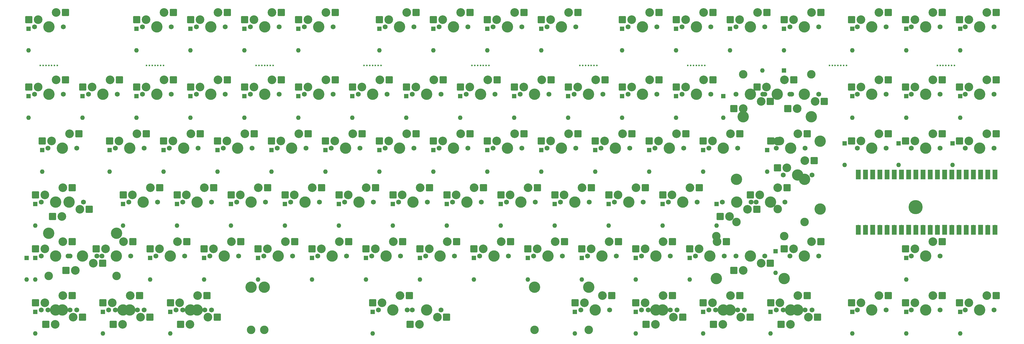
<source format=gbs>
G04 #@! TF.GenerationSoftware,KiCad,Pcbnew,7.0.10*
G04 #@! TF.CreationDate,2024-03-13T13:30:19+01:00*
G04 #@! TF.ProjectId,bb-pcb-v1,62622d70-6362-42d7-9631-2e6b69636164,rev?*
G04 #@! TF.SameCoordinates,Original*
G04 #@! TF.FileFunction,Soldermask,Bot*
G04 #@! TF.FilePolarity,Negative*
%FSLAX46Y46*%
G04 Gerber Fmt 4.6, Leading zero omitted, Abs format (unit mm)*
G04 Created by KiCad (PCBNEW 7.0.10) date 2024-03-13 13:30:19*
%MOMM*%
%LPD*%
G01*
G04 APERTURE LIST*
G04 Aperture macros list*
%AMRoundRect*
0 Rectangle with rounded corners*
0 $1 Rounding radius*
0 $2 $3 $4 $5 $6 $7 $8 $9 X,Y pos of 4 corners*
0 Add a 4 corners polygon primitive as box body*
4,1,4,$2,$3,$4,$5,$6,$7,$8,$9,$2,$3,0*
0 Add four circle primitives for the rounded corners*
1,1,$1+$1,$2,$3*
1,1,$1+$1,$4,$5*
1,1,$1+$1,$6,$7*
1,1,$1+$1,$8,$9*
0 Add four rect primitives between the rounded corners*
20,1,$1+$1,$2,$3,$4,$5,0*
20,1,$1+$1,$4,$5,$6,$7,0*
20,1,$1+$1,$6,$7,$8,$9,0*
20,1,$1+$1,$8,$9,$2,$3,0*%
G04 Aperture macros list end*
%ADD10C,5.000000*%
%ADD11C,1.750000*%
%ADD12C,3.050000*%
%ADD13C,4.000000*%
%ADD14RoundRect,0.250000X-1.025000X-1.000000X1.025000X-1.000000X1.025000X1.000000X-1.025000X1.000000X0*%
%ADD15C,3.000000*%
%ADD16RoundRect,0.250000X1.025000X1.000000X-1.025000X1.000000X-1.025000X-1.000000X1.025000X-1.000000X0*%
%ADD17C,0.600000*%
%ADD18O,1.700000X1.700000*%
%ADD19R,1.700000X3.500000*%
%ADD20R,1.700000X1.700000*%
%ADD21R,1.600000X1.600000*%
%ADD22O,1.600000X1.600000*%
G04 APERTURE END LIST*
D10*
X334565558Y-92273459D03*
D11*
X333057500Y-28575000D03*
D12*
X334327500Y-26035000D03*
D13*
X338137500Y-28575000D03*
D12*
X340677500Y-23495000D03*
D11*
X343217500Y-28575000D03*
D14*
X331052500Y-26035000D03*
X343979500Y-23495000D03*
D11*
X209232500Y-90487500D03*
D12*
X210502500Y-87947500D03*
D13*
X214312500Y-90487500D03*
D12*
X216852500Y-85407500D03*
D11*
X219392500Y-90487500D03*
D14*
X207227500Y-87947500D03*
X220154500Y-85407500D03*
D11*
X23495000Y-28575000D03*
D12*
X24765000Y-26035000D03*
D13*
X28575000Y-28575000D03*
D12*
X31115000Y-23495000D03*
D11*
X33655000Y-28575000D03*
D14*
X21490000Y-26035000D03*
X34417000Y-23495000D03*
D11*
X137795000Y-52387500D03*
D12*
X139065000Y-49847500D03*
D13*
X142875000Y-52387500D03*
D12*
X145415000Y-47307500D03*
D11*
X147955000Y-52387500D03*
D14*
X135790000Y-49847500D03*
X148717000Y-47307500D03*
D11*
X352107500Y-52387500D03*
D12*
X353377500Y-49847500D03*
D13*
X357187500Y-52387500D03*
D12*
X359727500Y-47307500D03*
D11*
X362267500Y-52387500D03*
D14*
X350102500Y-49847500D03*
X363029500Y-47307500D03*
D11*
X109220000Y-71437500D03*
D12*
X110490000Y-68897500D03*
D13*
X114300000Y-71437500D03*
D12*
X116840000Y-66357500D03*
D11*
X119380000Y-71437500D03*
D14*
X107215000Y-68897500D03*
X120142000Y-66357500D03*
D11*
X61595000Y-52387500D03*
D12*
X62865000Y-49847500D03*
D13*
X66675000Y-52387500D03*
D12*
X69215000Y-47307500D03*
D11*
X71755000Y-52387500D03*
D14*
X59590000Y-49847500D03*
X72517000Y-47307500D03*
D11*
X66357500Y-109537500D03*
D12*
X67627500Y-106997500D03*
D13*
X71437500Y-109537500D03*
D12*
X73977500Y-104457500D03*
D11*
X76517500Y-109537500D03*
D14*
X64352500Y-106997500D03*
X77279500Y-104457500D03*
D13*
X100018750Y-120587500D03*
D15*
X100018750Y-135587500D03*
D11*
X144938750Y-128587500D03*
D12*
X146208750Y-126047500D03*
D13*
X150018750Y-128587500D03*
D12*
X152558750Y-123507500D03*
D11*
X155098750Y-128587500D03*
D13*
X200018750Y-120587500D03*
D15*
X200018750Y-135587500D03*
D14*
X142933750Y-126047500D03*
X155860750Y-123507500D03*
D11*
X261620000Y-128587500D03*
D12*
X262890000Y-126047500D03*
D13*
X266700000Y-128587500D03*
D12*
X269240000Y-123507500D03*
D11*
X271780000Y-128587500D03*
D14*
X259615000Y-126047500D03*
X272542000Y-123507500D03*
D11*
X242570000Y-71437500D03*
D12*
X243840000Y-68897500D03*
D13*
X247650000Y-71437500D03*
D12*
X250190000Y-66357500D03*
D11*
X252730000Y-71437500D03*
D14*
X240565000Y-68897500D03*
X253492000Y-66357500D03*
D15*
X219175000Y-135587500D03*
D13*
X219175000Y-120587500D03*
D11*
X167005000Y-128587500D03*
D12*
X165735000Y-131127500D03*
D13*
X161925000Y-128587500D03*
D12*
X159385000Y-133667500D03*
D11*
X156845000Y-128587500D03*
D15*
X104675000Y-135587500D03*
D13*
X104675000Y-120587500D03*
D16*
X169010000Y-131127500D03*
X156083000Y-133667500D03*
D11*
X285432500Y-71437500D03*
D12*
X286702500Y-68897500D03*
D13*
X290512500Y-71437500D03*
D12*
X293052500Y-66357500D03*
D11*
X295592500Y-71437500D03*
D14*
X283427500Y-68897500D03*
X296354500Y-66357500D03*
D11*
X118745000Y-52387500D03*
D12*
X120015000Y-49847500D03*
D13*
X123825000Y-52387500D03*
D12*
X126365000Y-47307500D03*
D11*
X128905000Y-52387500D03*
D14*
X116740000Y-49847500D03*
X129667000Y-47307500D03*
D17*
X25574676Y-42267167D03*
X26574676Y-42267167D03*
X27574676Y-42267167D03*
X28574676Y-42267167D03*
X29574676Y-42267167D03*
X30574676Y-42267167D03*
X31574676Y-42267167D03*
D15*
X52481250Y-116537500D03*
D13*
X52481250Y-101537500D03*
D11*
X45561250Y-109537500D03*
D12*
X44291250Y-112077500D03*
D13*
X40481250Y-109537500D03*
D12*
X37941250Y-114617500D03*
D11*
X35401250Y-109537500D03*
D15*
X28481250Y-116537500D03*
D13*
X28481250Y-101537500D03*
D16*
X47566250Y-112077500D03*
X34639250Y-114617500D03*
D11*
X314007500Y-52387500D03*
D12*
X315277500Y-49847500D03*
D13*
X319087500Y-52387500D03*
D12*
X321627500Y-47307500D03*
D11*
X324167500Y-52387500D03*
D14*
X312002500Y-49847500D03*
X324929500Y-47307500D03*
D11*
X128270000Y-71437500D03*
D12*
X129540000Y-68897500D03*
D13*
X133350000Y-71437500D03*
D12*
X135890000Y-66357500D03*
D11*
X138430000Y-71437500D03*
D14*
X126265000Y-68897500D03*
X139192000Y-66357500D03*
D11*
X261620000Y-71437500D03*
D12*
X262890000Y-68897500D03*
D13*
X266700000Y-71437500D03*
D12*
X269240000Y-66357500D03*
D11*
X271780000Y-71437500D03*
D14*
X259615000Y-68897500D03*
X272542000Y-66357500D03*
D11*
X25876250Y-128587500D03*
D12*
X27146250Y-126047500D03*
D13*
X30956250Y-128587500D03*
D12*
X33496250Y-123507500D03*
D11*
X36036250Y-128587500D03*
D14*
X23871250Y-126047500D03*
X36798250Y-123507500D03*
D18*
X362584916Y-81637215D03*
D19*
X362584916Y-80737215D03*
D18*
X360044916Y-81637215D03*
D19*
X360044916Y-80737215D03*
D20*
X357504916Y-81637215D03*
D19*
X357504916Y-80737215D03*
D18*
X354964916Y-81637215D03*
D19*
X354964916Y-80737215D03*
D18*
X352424916Y-81637215D03*
D19*
X352424916Y-80737215D03*
D18*
X349884916Y-81637215D03*
D19*
X349884916Y-80737215D03*
D18*
X347344916Y-81637215D03*
D19*
X347344916Y-80737215D03*
D20*
X344804916Y-81637215D03*
D19*
X344804916Y-80737215D03*
D18*
X342264916Y-81637215D03*
D19*
X342264916Y-80737215D03*
D18*
X339724916Y-81637215D03*
D19*
X339724916Y-80737215D03*
D18*
X337184916Y-81637215D03*
D19*
X337184916Y-80737215D03*
D18*
X334644916Y-81637215D03*
D19*
X334644916Y-80737215D03*
D20*
X332104916Y-81637215D03*
D19*
X332104916Y-80737215D03*
D18*
X329564916Y-81637215D03*
D19*
X329564916Y-80737215D03*
D18*
X327024916Y-81637215D03*
D19*
X327024916Y-80737215D03*
D18*
X324484916Y-81637215D03*
D19*
X324484916Y-80737215D03*
D18*
X321944916Y-81637215D03*
D19*
X321944916Y-80737215D03*
D20*
X319404916Y-81637215D03*
D19*
X319404916Y-80737215D03*
D18*
X316864916Y-81637215D03*
D19*
X316864916Y-80737215D03*
D18*
X314324916Y-81637215D03*
D19*
X314324916Y-80737215D03*
D18*
X314324916Y-99417215D03*
D19*
X314324916Y-100317215D03*
D18*
X316864916Y-99417215D03*
D19*
X316864916Y-100317215D03*
D20*
X319404916Y-99417215D03*
D19*
X319404916Y-100317215D03*
D18*
X321944916Y-99417215D03*
D19*
X321944916Y-100317215D03*
D18*
X324484916Y-99417215D03*
D19*
X324484916Y-100317215D03*
D18*
X327024916Y-99417215D03*
D19*
X327024916Y-100317215D03*
D18*
X329564916Y-99417215D03*
D19*
X329564916Y-100317215D03*
D20*
X332104916Y-99417215D03*
D19*
X332104916Y-100317215D03*
D18*
X334644916Y-99417215D03*
D19*
X334644916Y-100317215D03*
D18*
X337184916Y-99417215D03*
D19*
X337184916Y-100317215D03*
D18*
X339724916Y-99417215D03*
D19*
X339724916Y-100317215D03*
D18*
X342264916Y-99417215D03*
D19*
X342264916Y-100317215D03*
D20*
X344804916Y-99417215D03*
D19*
X344804916Y-100317215D03*
D18*
X347344916Y-99417215D03*
D19*
X347344916Y-100317215D03*
D18*
X349884916Y-99417215D03*
D19*
X349884916Y-100317215D03*
D18*
X352424916Y-99417215D03*
D19*
X352424916Y-100317215D03*
D18*
X354964916Y-99417215D03*
D19*
X354964916Y-100317215D03*
D20*
X357504916Y-99417215D03*
D19*
X357504916Y-100317215D03*
D18*
X360044916Y-99417215D03*
D19*
X360044916Y-100317215D03*
D18*
X362584916Y-99417215D03*
D19*
X362584916Y-100317215D03*
D11*
X25876250Y-90487500D03*
D12*
X27146250Y-87947500D03*
D13*
X30956250Y-90487500D03*
D12*
X33496250Y-85407500D03*
D11*
X36036250Y-90487500D03*
D14*
X23871250Y-87947500D03*
X36798250Y-85407500D03*
D11*
X80645000Y-52387500D03*
D12*
X81915000Y-49847500D03*
D13*
X85725000Y-52387500D03*
D12*
X88265000Y-47307500D03*
D11*
X90805000Y-52387500D03*
D14*
X78640000Y-49847500D03*
X91567000Y-47307500D03*
D11*
X271145000Y-28575000D03*
D12*
X272415000Y-26035000D03*
D13*
X276225000Y-28575000D03*
D12*
X278765000Y-23495000D03*
D11*
X281305000Y-28575000D03*
D14*
X269140000Y-26035000D03*
X282067000Y-23495000D03*
D11*
X290195000Y-28575000D03*
D12*
X291465000Y-26035000D03*
D13*
X295275000Y-28575000D03*
D12*
X297815000Y-23495000D03*
D11*
X300355000Y-28575000D03*
D14*
X288190000Y-26035000D03*
X301117000Y-23495000D03*
D11*
X252095000Y-28575000D03*
D12*
X253365000Y-26035000D03*
D13*
X257175000Y-28575000D03*
D12*
X259715000Y-23495000D03*
D11*
X262255000Y-28575000D03*
D14*
X250090000Y-26035000D03*
X263017000Y-23495000D03*
D11*
X38417500Y-128587500D03*
D12*
X37147500Y-131127500D03*
D13*
X33337500Y-128587500D03*
D12*
X30797500Y-133667500D03*
D11*
X28257500Y-128587500D03*
D16*
X40422500Y-131127500D03*
X27495500Y-133667500D03*
D11*
X23495000Y-52387500D03*
D12*
X24765000Y-49847500D03*
D13*
X28575000Y-52387500D03*
D12*
X31115000Y-47307500D03*
D11*
X33655000Y-52387500D03*
D14*
X21490000Y-49847500D03*
X34417000Y-47307500D03*
D11*
X352107500Y-128587500D03*
D12*
X353377500Y-126047500D03*
D13*
X357187500Y-128587500D03*
D12*
X359727500Y-123507500D03*
D11*
X362267500Y-128587500D03*
D14*
X350102500Y-126047500D03*
X363029500Y-123507500D03*
D17*
X254174868Y-42267167D03*
X255174868Y-42267167D03*
X256174868Y-42267167D03*
X257174868Y-42267167D03*
X258174868Y-42267167D03*
X259174868Y-42267167D03*
X260174868Y-42267167D03*
D11*
X228282500Y-90487500D03*
D12*
X229552500Y-87947500D03*
D13*
X233362500Y-90487500D03*
D12*
X235902500Y-85407500D03*
D11*
X238442500Y-90487500D03*
D14*
X226277500Y-87947500D03*
X239204500Y-85407500D03*
D17*
X139874772Y-42267167D03*
X140874772Y-42267167D03*
X141874772Y-42267167D03*
X142874772Y-42267167D03*
X143874772Y-42267167D03*
X144874772Y-42267167D03*
X145874772Y-42267167D03*
D11*
X252095000Y-52387500D03*
D12*
X253365000Y-49847500D03*
D13*
X257175000Y-52387500D03*
D12*
X259715000Y-47307500D03*
D11*
X262255000Y-52387500D03*
D14*
X250090000Y-49847500D03*
X263017000Y-47307500D03*
D11*
X166370000Y-28575000D03*
D12*
X167640000Y-26035000D03*
D13*
X171450000Y-28575000D03*
D12*
X173990000Y-23495000D03*
D11*
X176530000Y-28575000D03*
D14*
X164365000Y-26035000D03*
X177292000Y-23495000D03*
D11*
X352107500Y-71437500D03*
D12*
X353377500Y-68897500D03*
D13*
X357187500Y-71437500D03*
D12*
X359727500Y-66357500D03*
D11*
X362267500Y-71437500D03*
D14*
X350102500Y-68897500D03*
X363029500Y-66357500D03*
D11*
X99695000Y-28575000D03*
D12*
X100965000Y-26035000D03*
D13*
X104775000Y-28575000D03*
D12*
X107315000Y-23495000D03*
D11*
X109855000Y-28575000D03*
D14*
X97690000Y-26035000D03*
X110617000Y-23495000D03*
D11*
X142557500Y-109537500D03*
D12*
X143827500Y-106997500D03*
D13*
X147637500Y-109537500D03*
D12*
X150177500Y-104457500D03*
D11*
X152717500Y-109537500D03*
D14*
X140552500Y-106997500D03*
X153479500Y-104457500D03*
D11*
X333057500Y-128587500D03*
D12*
X334327500Y-126047500D03*
D13*
X338137500Y-128587500D03*
D12*
X340677500Y-123507500D03*
D11*
X343217500Y-128587500D03*
D14*
X331052500Y-126047500D03*
X343979500Y-123507500D03*
D11*
X175895000Y-52387500D03*
D12*
X177165000Y-49847500D03*
D13*
X180975000Y-52387500D03*
D12*
X183515000Y-47307500D03*
D11*
X186055000Y-52387500D03*
D14*
X173890000Y-49847500D03*
X186817000Y-47307500D03*
D11*
X250348750Y-128587500D03*
D12*
X249078750Y-131127500D03*
D13*
X245268750Y-128587500D03*
D12*
X242728750Y-133667500D03*
D11*
X240188750Y-128587500D03*
D16*
X252353750Y-131127500D03*
X239426750Y-133667500D03*
D11*
X185420000Y-28575000D03*
D12*
X186690000Y-26035000D03*
D13*
X190500000Y-28575000D03*
D12*
X193040000Y-23495000D03*
D11*
X195580000Y-28575000D03*
D14*
X183415000Y-26035000D03*
X196342000Y-23495000D03*
D11*
X218757500Y-109537500D03*
D12*
X220027500Y-106997500D03*
D13*
X223837500Y-109537500D03*
D12*
X226377500Y-104457500D03*
D11*
X228917500Y-109537500D03*
D14*
X216752500Y-106997500D03*
X229679500Y-104457500D03*
D11*
X204470000Y-71437500D03*
D12*
X205740000Y-68897500D03*
D13*
X209550000Y-71437500D03*
D12*
X212090000Y-66357500D03*
D11*
X214630000Y-71437500D03*
D14*
X202465000Y-68897500D03*
X215392000Y-66357500D03*
D11*
X61595000Y-28575000D03*
D12*
X62865000Y-26035000D03*
D13*
X66675000Y-28575000D03*
D12*
X69215000Y-23495000D03*
D11*
X71755000Y-28575000D03*
D14*
X59590000Y-26035000D03*
X72517000Y-23495000D03*
D11*
X90170000Y-71437500D03*
D12*
X91440000Y-68897500D03*
D13*
X95250000Y-71437500D03*
D12*
X97790000Y-66357500D03*
D11*
X100330000Y-71437500D03*
D14*
X88165000Y-68897500D03*
X101092000Y-66357500D03*
D15*
X285893750Y-68962500D03*
X285893750Y-92962500D03*
D11*
X287813750Y-80962500D03*
D12*
X289083750Y-78422500D03*
D13*
X292893750Y-80962500D03*
D12*
X295433750Y-75882500D03*
D11*
X297973750Y-80962500D03*
D13*
X300893750Y-68962500D03*
X300893750Y-92962500D03*
D14*
X285808750Y-78422500D03*
X298735750Y-75882500D03*
D13*
X271368750Y-82487500D03*
D15*
X271368750Y-97487500D03*
D11*
X278288750Y-90487500D03*
D12*
X279558750Y-87947500D03*
D13*
X283368750Y-90487500D03*
D12*
X285908750Y-85407500D03*
D11*
X288448750Y-90487500D03*
D13*
X295368750Y-82487500D03*
D15*
X295368750Y-97487500D03*
D14*
X276283750Y-87947500D03*
X289210750Y-85407500D03*
D11*
X133032500Y-90487500D03*
D12*
X134302500Y-87947500D03*
D13*
X138112500Y-90487500D03*
D12*
X140652500Y-85407500D03*
D11*
X143192500Y-90487500D03*
D14*
X131027500Y-87947500D03*
X143954500Y-85407500D03*
D11*
X62230000Y-128587500D03*
D12*
X60960000Y-131127500D03*
D13*
X57150000Y-128587500D03*
D12*
X54610000Y-133667500D03*
D11*
X52070000Y-128587500D03*
D16*
X64235000Y-131127500D03*
X51308000Y-133667500D03*
D11*
X73501250Y-128587500D03*
D12*
X74771250Y-126047500D03*
D13*
X78581250Y-128587500D03*
D12*
X81121250Y-123507500D03*
D11*
X83661250Y-128587500D03*
D14*
X71496250Y-126047500D03*
X84423250Y-123507500D03*
D11*
X297973750Y-128587500D03*
D12*
X296703750Y-131127500D03*
D13*
X292893750Y-128587500D03*
D12*
X290353750Y-133667500D03*
D11*
X287813750Y-128587500D03*
D16*
X299978750Y-131127500D03*
X287051750Y-133667500D03*
D11*
X274161250Y-128587500D03*
D12*
X272891250Y-131127500D03*
D13*
X269081250Y-128587500D03*
D12*
X266541250Y-133667500D03*
D11*
X264001250Y-128587500D03*
D16*
X276166250Y-131127500D03*
X263239250Y-133667500D03*
D11*
X156845000Y-52387500D03*
D12*
X158115000Y-49847500D03*
D13*
X161925000Y-52387500D03*
D12*
X164465000Y-47307500D03*
D11*
X167005000Y-52387500D03*
D14*
X154840000Y-49847500D03*
X167767000Y-47307500D03*
D11*
X300355000Y-52387500D03*
D12*
X299085000Y-54927500D03*
D13*
X295275000Y-52387500D03*
D12*
X292735000Y-57467500D03*
D11*
X290195000Y-52387500D03*
D16*
X302360000Y-54927500D03*
X289433000Y-57467500D03*
D11*
X171132500Y-90487500D03*
D12*
X172402500Y-87947500D03*
D13*
X176212500Y-90487500D03*
D12*
X178752500Y-85407500D03*
D11*
X181292500Y-90487500D03*
D14*
X169127500Y-87947500D03*
X182054500Y-85407500D03*
D11*
X314007500Y-128587500D03*
D12*
X315277500Y-126047500D03*
D13*
X319087500Y-128587500D03*
D12*
X321627500Y-123507500D03*
D11*
X324167500Y-128587500D03*
D14*
X312002500Y-126047500D03*
X324929500Y-123507500D03*
D11*
X185420000Y-71437500D03*
D12*
X186690000Y-68897500D03*
D13*
X190500000Y-71437500D03*
D12*
X193040000Y-66357500D03*
D11*
X195580000Y-71437500D03*
D14*
X183415000Y-68897500D03*
X196342000Y-66357500D03*
D11*
X25876250Y-109537500D03*
D12*
X27146250Y-106997500D03*
D13*
X30956250Y-109537500D03*
D12*
X33496250Y-104457500D03*
D11*
X36036250Y-109537500D03*
D14*
X23871250Y-106997500D03*
X36798250Y-104457500D03*
D11*
X237807500Y-128587500D03*
D12*
X239077500Y-126047500D03*
D13*
X242887500Y-128587500D03*
D12*
X245427500Y-123507500D03*
D11*
X247967500Y-128587500D03*
D14*
X235802500Y-126047500D03*
X248729500Y-123507500D03*
D11*
X333057500Y-109537500D03*
D12*
X334327500Y-106997500D03*
D13*
X338137500Y-109537500D03*
D12*
X340677500Y-104457500D03*
D11*
X343217500Y-109537500D03*
D14*
X331052500Y-106997500D03*
X343979500Y-104457500D03*
D11*
X123507500Y-109537500D03*
D12*
X124777500Y-106997500D03*
D13*
X128587500Y-109537500D03*
D12*
X131127500Y-104457500D03*
D11*
X133667500Y-109537500D03*
D14*
X121502500Y-106997500D03*
X134429500Y-104457500D03*
D11*
X256857500Y-109537500D03*
D12*
X258127500Y-106997500D03*
D13*
X261937500Y-109537500D03*
D12*
X264477500Y-104457500D03*
D11*
X267017500Y-109537500D03*
D14*
X254852500Y-106997500D03*
X267779500Y-104457500D03*
D11*
X290195000Y-109537500D03*
D12*
X291465000Y-106997500D03*
D13*
X295275000Y-109537500D03*
D12*
X297815000Y-104457500D03*
D11*
X300355000Y-109537500D03*
D14*
X288190000Y-106997500D03*
X301117000Y-104457500D03*
D11*
X49688750Y-128587500D03*
D12*
X50958750Y-126047500D03*
D13*
X54768750Y-128587500D03*
D12*
X57308750Y-123507500D03*
D11*
X59848750Y-128587500D03*
D14*
X47683750Y-126047500D03*
X60610750Y-123507500D03*
D11*
X47307500Y-109537500D03*
D12*
X48577500Y-106997500D03*
D13*
X52387500Y-109537500D03*
D12*
X54927500Y-104457500D03*
D11*
X57467500Y-109537500D03*
D14*
X45302500Y-106997500D03*
X58229500Y-104457500D03*
D11*
X216376250Y-128587500D03*
D12*
X217646250Y-126047500D03*
D13*
X221456250Y-128587500D03*
D12*
X223996250Y-123507500D03*
D11*
X226536250Y-128587500D03*
D14*
X214371250Y-126047500D03*
X227298250Y-123507500D03*
D11*
X166370000Y-71437500D03*
D12*
X167640000Y-68897500D03*
D13*
X171450000Y-71437500D03*
D12*
X173990000Y-66357500D03*
D11*
X176530000Y-71437500D03*
D14*
X164365000Y-68897500D03*
X177292000Y-66357500D03*
D17*
X304181160Y-42267167D03*
X305181160Y-42267167D03*
X306181160Y-42267167D03*
X307181160Y-42267167D03*
X308181160Y-42267167D03*
X309181160Y-42267167D03*
X310181160Y-42267167D03*
D11*
X180657500Y-109537500D03*
D12*
X181927500Y-106997500D03*
D13*
X185737500Y-109537500D03*
D12*
X188277500Y-104457500D03*
D11*
X190817500Y-109537500D03*
D14*
X178652500Y-106997500D03*
X191579500Y-104457500D03*
D17*
X63079395Y-42267167D03*
X64079395Y-42267167D03*
X65079395Y-42267167D03*
X66079395Y-42267167D03*
X67079395Y-42267167D03*
X68079395Y-42267167D03*
X69079395Y-42267167D03*
D11*
X86042500Y-128587500D03*
D12*
X84772500Y-131127500D03*
D13*
X80962500Y-128587500D03*
D12*
X78422500Y-133667500D03*
D11*
X75882500Y-128587500D03*
D16*
X88047500Y-131127500D03*
X75120500Y-133667500D03*
D11*
X28257500Y-71437500D03*
D12*
X29527500Y-68897500D03*
D13*
X33337500Y-71437500D03*
D12*
X35877500Y-66357500D03*
D11*
X38417500Y-71437500D03*
D14*
X26252500Y-68897500D03*
X39179500Y-66357500D03*
D11*
X333057500Y-52387500D03*
D12*
X334327500Y-49847500D03*
D13*
X338137500Y-52387500D03*
D12*
X340677500Y-47307500D03*
D11*
X343217500Y-52387500D03*
D14*
X331052500Y-49847500D03*
X343979500Y-47307500D03*
D11*
X71120000Y-71437500D03*
D12*
X72390000Y-68897500D03*
D13*
X76200000Y-71437500D03*
D12*
X78740000Y-66357500D03*
D11*
X81280000Y-71437500D03*
D14*
X69115000Y-68897500D03*
X82042000Y-66357500D03*
D17*
X342281192Y-42267167D03*
X343281192Y-42267167D03*
X344281192Y-42267167D03*
X345281192Y-42267167D03*
X346281192Y-42267167D03*
X347281192Y-42267167D03*
X348281192Y-42267167D03*
D13*
X288225000Y-117537500D03*
D15*
X288225000Y-102537500D03*
D11*
X281305000Y-109537500D03*
D12*
X280035000Y-112077500D03*
D13*
X276225000Y-109537500D03*
D12*
X273685000Y-114617500D03*
D11*
X271145000Y-109537500D03*
D13*
X264225000Y-117537500D03*
D15*
X264225000Y-102537500D03*
D16*
X283310000Y-112077500D03*
X270383000Y-114617500D03*
D17*
X177974804Y-42267167D03*
X178974804Y-42267167D03*
X179974804Y-42267167D03*
X180974804Y-42267167D03*
X181974804Y-42267167D03*
X182974804Y-42267167D03*
X183974804Y-42267167D03*
D11*
X352107500Y-28575000D03*
D12*
X353377500Y-26035000D03*
D13*
X357187500Y-28575000D03*
D12*
X359727500Y-23495000D03*
D11*
X362267500Y-28575000D03*
D14*
X350102500Y-26035000D03*
X363029500Y-23495000D03*
D11*
X213995000Y-52387500D03*
D12*
X215265000Y-49847500D03*
D13*
X219075000Y-52387500D03*
D12*
X221615000Y-47307500D03*
D11*
X224155000Y-52387500D03*
D14*
X211990000Y-49847500D03*
X224917000Y-47307500D03*
D11*
X85407500Y-109537500D03*
D12*
X86677500Y-106997500D03*
D13*
X90487500Y-109537500D03*
D12*
X93027500Y-104457500D03*
D11*
X95567500Y-109537500D03*
D14*
X83402500Y-106997500D03*
X96329500Y-104457500D03*
D11*
X118745000Y-28575000D03*
D12*
X120015000Y-26035000D03*
D13*
X123825000Y-28575000D03*
D12*
X126365000Y-23495000D03*
D11*
X128905000Y-28575000D03*
D14*
X116740000Y-26035000D03*
X129667000Y-23495000D03*
D11*
X147320000Y-71437500D03*
D12*
X148590000Y-68897500D03*
D13*
X152400000Y-71437500D03*
D12*
X154940000Y-66357500D03*
D11*
X157480000Y-71437500D03*
D14*
X145315000Y-68897500D03*
X158242000Y-66357500D03*
D11*
X247332500Y-90487500D03*
D12*
X248602500Y-87947500D03*
D13*
X252412500Y-90487500D03*
D12*
X254952500Y-85407500D03*
D11*
X257492500Y-90487500D03*
D14*
X245327500Y-87947500D03*
X258254500Y-85407500D03*
D11*
X147320000Y-28575000D03*
D12*
X148590000Y-26035000D03*
D13*
X152400000Y-28575000D03*
D12*
X154940000Y-23495000D03*
D11*
X157480000Y-28575000D03*
D14*
X145315000Y-26035000D03*
X158242000Y-23495000D03*
D11*
X333057500Y-71437500D03*
D12*
X334327500Y-68897500D03*
D13*
X338137500Y-71437500D03*
D12*
X340677500Y-66357500D03*
D11*
X343217500Y-71437500D03*
D14*
X331052500Y-68897500D03*
X343979500Y-66357500D03*
D11*
X40798750Y-90487500D03*
D12*
X39528750Y-93027500D03*
D13*
X35718750Y-90487500D03*
D12*
X33178750Y-95567500D03*
D11*
X30638750Y-90487500D03*
D16*
X42803750Y-93027500D03*
X29876750Y-95567500D03*
D11*
X223520000Y-71437500D03*
D12*
X224790000Y-68897500D03*
D13*
X228600000Y-71437500D03*
D12*
X231140000Y-66357500D03*
D11*
X233680000Y-71437500D03*
D14*
X221515000Y-68897500D03*
X234442000Y-66357500D03*
D17*
X216074836Y-42267167D03*
X217074836Y-42267167D03*
X218074836Y-42267167D03*
X219074836Y-42267167D03*
X220074836Y-42267167D03*
X221074836Y-42267167D03*
X222074836Y-42267167D03*
D11*
X152082500Y-90487500D03*
D12*
X153352500Y-87947500D03*
D13*
X157162500Y-90487500D03*
D12*
X159702500Y-85407500D03*
D11*
X162242500Y-90487500D03*
D14*
X150077500Y-87947500D03*
X163004500Y-85407500D03*
D11*
X99695000Y-52387500D03*
D12*
X100965000Y-49847500D03*
D13*
X104775000Y-52387500D03*
D12*
X107315000Y-47307500D03*
D11*
X109855000Y-52387500D03*
D14*
X97690000Y-49847500D03*
X110617000Y-47307500D03*
D11*
X190182500Y-90487500D03*
D12*
X191452500Y-87947500D03*
D13*
X195262500Y-90487500D03*
D12*
X197802500Y-85407500D03*
D11*
X200342500Y-90487500D03*
D14*
X188177500Y-87947500D03*
X201104500Y-85407500D03*
D11*
X285432500Y-128587500D03*
D12*
X286702500Y-126047500D03*
D13*
X290512500Y-128587500D03*
D12*
X293052500Y-123507500D03*
D11*
X295592500Y-128587500D03*
D14*
X283427500Y-126047500D03*
X296354500Y-123507500D03*
D11*
X314007500Y-28575000D03*
D12*
X315277500Y-26035000D03*
D13*
X319087500Y-28575000D03*
D12*
X321627500Y-23495000D03*
D11*
X324167500Y-28575000D03*
D14*
X312002500Y-26035000D03*
X324929500Y-23495000D03*
D11*
X56832500Y-90487500D03*
D12*
X58102500Y-87947500D03*
D13*
X61912500Y-90487500D03*
D12*
X64452500Y-85407500D03*
D11*
X66992500Y-90487500D03*
D14*
X54827500Y-87947500D03*
X67754500Y-85407500D03*
D11*
X199707500Y-109537500D03*
D12*
X200977500Y-106997500D03*
D13*
X204787500Y-109537500D03*
D12*
X207327500Y-104457500D03*
D11*
X209867500Y-109537500D03*
D14*
X197702500Y-106997500D03*
X210629500Y-104457500D03*
D11*
X204470000Y-28575000D03*
D12*
X205740000Y-26035000D03*
D13*
X209550000Y-28575000D03*
D12*
X212090000Y-23495000D03*
D11*
X214630000Y-28575000D03*
D14*
X202465000Y-26035000D03*
X215392000Y-23495000D03*
D11*
X233045000Y-52387500D03*
D12*
X234315000Y-49847500D03*
D13*
X238125000Y-52387500D03*
D12*
X240665000Y-47307500D03*
D11*
X243205000Y-52387500D03*
D14*
X231040000Y-49847500D03*
X243967000Y-47307500D03*
D11*
X237807500Y-109537500D03*
D12*
X239077500Y-106997500D03*
D13*
X242887500Y-109537500D03*
D12*
X245427500Y-104457500D03*
D11*
X247967500Y-109537500D03*
D14*
X235802500Y-106997500D03*
X248729500Y-104457500D03*
D11*
X276542500Y-90487500D03*
D12*
X275272500Y-93027500D03*
D13*
X271462500Y-90487500D03*
D12*
X268922500Y-95567500D03*
D11*
X266382500Y-90487500D03*
D16*
X278547500Y-93027500D03*
X265620500Y-95567500D03*
D11*
X194945000Y-52387500D03*
D12*
X196215000Y-49847500D03*
D13*
X200025000Y-52387500D03*
D12*
X202565000Y-47307500D03*
D11*
X205105000Y-52387500D03*
D14*
X192940000Y-49847500D03*
X205867000Y-47307500D03*
D11*
X314007500Y-71437500D03*
D12*
X315277500Y-68897500D03*
D13*
X319087500Y-71437500D03*
D12*
X321627500Y-66357500D03*
D11*
X324167500Y-71437500D03*
D14*
X312002500Y-68897500D03*
X324929500Y-66357500D03*
D11*
X75882500Y-90487500D03*
D12*
X77152500Y-87947500D03*
D13*
X80962500Y-90487500D03*
D12*
X83502500Y-85407500D03*
D11*
X86042500Y-90487500D03*
D14*
X73877500Y-87947500D03*
X86804500Y-85407500D03*
D11*
X52070000Y-71437500D03*
D12*
X53340000Y-68897500D03*
D13*
X57150000Y-71437500D03*
D12*
X59690000Y-66357500D03*
D11*
X62230000Y-71437500D03*
D14*
X50065000Y-68897500D03*
X62992000Y-66357500D03*
D11*
X233045000Y-28575000D03*
D12*
X234315000Y-26035000D03*
D13*
X238125000Y-28575000D03*
D12*
X240665000Y-23495000D03*
D11*
X243205000Y-28575000D03*
D14*
X231040000Y-26035000D03*
X243967000Y-23495000D03*
D11*
X80645000Y-28575000D03*
D12*
X81915000Y-26035000D03*
D13*
X85725000Y-28575000D03*
D12*
X88265000Y-23495000D03*
D11*
X90805000Y-28575000D03*
D14*
X78640000Y-26035000D03*
X91567000Y-23495000D03*
D15*
X273750000Y-45387500D03*
D13*
X273750000Y-60387500D03*
D11*
X280670000Y-52387500D03*
D12*
X281940000Y-49847500D03*
D13*
X285750000Y-52387500D03*
D12*
X288290000Y-47307500D03*
D11*
X290830000Y-52387500D03*
D15*
X297750000Y-45387500D03*
D13*
X297750000Y-60387500D03*
D14*
X278665000Y-49847500D03*
X291592000Y-47307500D03*
D11*
X113982500Y-90487500D03*
D12*
X115252500Y-87947500D03*
D13*
X119062500Y-90487500D03*
D12*
X121602500Y-85407500D03*
D11*
X124142500Y-90487500D03*
D14*
X111977500Y-87947500D03*
X124904500Y-85407500D03*
D11*
X281305000Y-52387500D03*
D12*
X280035000Y-54927500D03*
D13*
X276225000Y-52387500D03*
D12*
X273685000Y-57467500D03*
D11*
X271145000Y-52387500D03*
D16*
X283310000Y-54927500D03*
X270383000Y-57467500D03*
D11*
X161607500Y-109537500D03*
D12*
X162877500Y-106997500D03*
D13*
X166687500Y-109537500D03*
D12*
X169227500Y-104457500D03*
D11*
X171767500Y-109537500D03*
D14*
X159602500Y-106997500D03*
X172529500Y-104457500D03*
D17*
X101774740Y-42267167D03*
X102774740Y-42267167D03*
X103774740Y-42267167D03*
X104774740Y-42267167D03*
X105774740Y-42267167D03*
X106774740Y-42267167D03*
X107774740Y-42267167D03*
D11*
X94932500Y-90487500D03*
D12*
X96202500Y-87947500D03*
D13*
X100012500Y-90487500D03*
D12*
X102552500Y-85407500D03*
D11*
X105092500Y-90487500D03*
D14*
X92927500Y-87947500D03*
X105854500Y-85407500D03*
D11*
X104457500Y-109537500D03*
D12*
X105727500Y-106997500D03*
D13*
X109537500Y-109537500D03*
D12*
X112077500Y-104457500D03*
D11*
X114617500Y-109537500D03*
D14*
X102452500Y-106997500D03*
X115379500Y-104457500D03*
D11*
X42545000Y-52387500D03*
D12*
X43815000Y-49847500D03*
D13*
X47625000Y-52387500D03*
D12*
X50165000Y-47307500D03*
D11*
X52705000Y-52387500D03*
D14*
X40540000Y-49847500D03*
X53467000Y-47307500D03*
D21*
X269081250Y-29289375D03*
D22*
X269081250Y-36909375D03*
D21*
X211931250Y-53101875D03*
D22*
X211931250Y-60721875D03*
D21*
X173831250Y-53101875D03*
D22*
X173831250Y-60721875D03*
D21*
X214312500Y-129301875D03*
D22*
X214312500Y-136921875D03*
D21*
X282178125Y-72151875D03*
D22*
X282178125Y-79771875D03*
D21*
X116681250Y-53101875D03*
D22*
X116681250Y-60721875D03*
D21*
X121443750Y-110251875D03*
D22*
X121443750Y-117871875D03*
D21*
X207168750Y-91201875D03*
D22*
X207168750Y-98821875D03*
D21*
X116681250Y-29289375D03*
D22*
X116681250Y-36909375D03*
D21*
X83343750Y-110251875D03*
D22*
X83343750Y-117871875D03*
D21*
X169068750Y-91201875D03*
D22*
X169068750Y-98821875D03*
D21*
X97631250Y-53101875D03*
D22*
X97631250Y-60721875D03*
D21*
X221456250Y-72151875D03*
D22*
X221456250Y-79771875D03*
D21*
X226218750Y-91201875D03*
D22*
X226218750Y-98821875D03*
D21*
X150018750Y-91201875D03*
D22*
X150018750Y-98821875D03*
D21*
X40481250Y-53101875D03*
D22*
X40481250Y-60721875D03*
D21*
X312261250Y-129301875D03*
D22*
X312261250Y-136921875D03*
D21*
X92868750Y-91201875D03*
D22*
X92868750Y-98821875D03*
D21*
X202406250Y-72151875D03*
D22*
X202406250Y-79771875D03*
D21*
X250031250Y-53101875D03*
D22*
X250031250Y-60721875D03*
D21*
X259556250Y-72151875D03*
D22*
X259556250Y-79771875D03*
D21*
X73818750Y-91201875D03*
D22*
X73818750Y-98821875D03*
D21*
X331311250Y-29289375D03*
D22*
X331311250Y-36909375D03*
D21*
X64293750Y-110251875D03*
D22*
X64293750Y-117871875D03*
D21*
X26193750Y-72151875D03*
D22*
X26193750Y-79771875D03*
D21*
X266700000Y-53101875D03*
D22*
X266700000Y-60721875D03*
D21*
X259556250Y-129301875D03*
D22*
X259556250Y-136921875D03*
D21*
X331311250Y-53101875D03*
D22*
X331311250Y-60721875D03*
D21*
X102393750Y-110251875D03*
D22*
X102393750Y-117871875D03*
D21*
X154781250Y-53101875D03*
D22*
X154781250Y-60721875D03*
D21*
X50006250Y-72151875D03*
D22*
X50006250Y-79771875D03*
D21*
X111918750Y-91201875D03*
D22*
X111918750Y-98821875D03*
D21*
X97631250Y-29289375D03*
D22*
X97631250Y-36909375D03*
D21*
X254793750Y-110251875D03*
D22*
X254793750Y-117871875D03*
D21*
X240506250Y-72151875D03*
D22*
X240506250Y-79771875D03*
D21*
X350361250Y-29289375D03*
D22*
X350361250Y-36909375D03*
D21*
X47625000Y-129301875D03*
D22*
X47625000Y-136921875D03*
D21*
X130968750Y-91201875D03*
D22*
X130968750Y-98821875D03*
D21*
X230981250Y-53101875D03*
D22*
X230981250Y-60721875D03*
D21*
X142875000Y-129301875D03*
D22*
X142875000Y-136921875D03*
D21*
X178593750Y-110251875D03*
D22*
X178593750Y-117871875D03*
D21*
X183356250Y-72151875D03*
D22*
X183356250Y-79771875D03*
D21*
X197643750Y-110251875D03*
D22*
X197643750Y-117871875D03*
D21*
X328612500Y-69770625D03*
D22*
X328612500Y-77390625D03*
D21*
X159543750Y-110251875D03*
D22*
X159543750Y-117871875D03*
D21*
X59531250Y-29289375D03*
D22*
X59531250Y-36909375D03*
D21*
X135731250Y-53101875D03*
D22*
X135731250Y-60721875D03*
D21*
X192881250Y-53101875D03*
D22*
X192881250Y-60721875D03*
D21*
X245268750Y-91201875D03*
D22*
X245268750Y-98821875D03*
D21*
X140493750Y-110251875D03*
D22*
X140493750Y-117871875D03*
D21*
X20741414Y-110223185D03*
D22*
X20741414Y-117843185D03*
D21*
X59531250Y-53101875D03*
D22*
X59531250Y-60721875D03*
D21*
X309562500Y-69770625D03*
D22*
X309562500Y-77390625D03*
D21*
X347662500Y-69770625D03*
D22*
X347662500Y-77390625D03*
D21*
X69056250Y-72151875D03*
D22*
X69056250Y-79771875D03*
D21*
X235743750Y-129301875D03*
D22*
X235743750Y-136921875D03*
D21*
X23812500Y-110251875D03*
D22*
X23812500Y-117871875D03*
D21*
X312261250Y-53101875D03*
D22*
X312261250Y-60721875D03*
D21*
X126206250Y-72151875D03*
D22*
X126206250Y-79771875D03*
D21*
X164306250Y-72151875D03*
D22*
X164306250Y-79771875D03*
D21*
X164306250Y-29289375D03*
D22*
X164306250Y-36909375D03*
D21*
X202406250Y-29289375D03*
D22*
X202406250Y-36909375D03*
D21*
X107156250Y-72151875D03*
D22*
X107156250Y-79771875D03*
D21*
X21431250Y-29289375D03*
D22*
X21431250Y-36909375D03*
D21*
X250031250Y-29289375D03*
D22*
X250031250Y-36909375D03*
D21*
X188118750Y-91201875D03*
D22*
X188118750Y-98821875D03*
D21*
X78581250Y-29289375D03*
D22*
X78581250Y-36909375D03*
D21*
X283368750Y-129301875D03*
D22*
X283368750Y-136921875D03*
D21*
X145256250Y-72151875D03*
D22*
X145256250Y-79771875D03*
D21*
X312261250Y-29289375D03*
D22*
X312261250Y-36909375D03*
D21*
X350361250Y-53101875D03*
D22*
X350361250Y-60721875D03*
D21*
X331311250Y-129301875D03*
D22*
X331311250Y-136921875D03*
D21*
X23812500Y-129301875D03*
D22*
X23812500Y-136921875D03*
D21*
X88106250Y-72151875D03*
D22*
X88106250Y-79771875D03*
D21*
X230981250Y-29289375D03*
D22*
X230981250Y-36909375D03*
D21*
X350361250Y-129301875D03*
D22*
X350361250Y-136921875D03*
D21*
X78581250Y-53101875D03*
D22*
X78581250Y-60721875D03*
D21*
X71437500Y-129301875D03*
D22*
X71437500Y-136921875D03*
D21*
X145256250Y-29289375D03*
D22*
X145256250Y-36909375D03*
D21*
X54768750Y-91201875D03*
D22*
X54768750Y-98821875D03*
D21*
X21431250Y-53101875D03*
D22*
X21431250Y-60721875D03*
D21*
X288131250Y-29289375D03*
D22*
X288131250Y-36909375D03*
D21*
X288131144Y-44053106D03*
D22*
X280511144Y-44053106D03*
D21*
X216693750Y-110251875D03*
D22*
X216693750Y-117871875D03*
D21*
X331311250Y-110251875D03*
D22*
X331311250Y-117871875D03*
D21*
X285154579Y-107870666D03*
D22*
X285154579Y-115490666D03*
D21*
X183356250Y-29289375D03*
D22*
X183356250Y-36909375D03*
D21*
X264318750Y-91201875D03*
D22*
X264318750Y-98821875D03*
D21*
X23812500Y-91201875D03*
D22*
X23812500Y-98821875D03*
D21*
X235743750Y-110251875D03*
D22*
X235743750Y-117871875D03*
M02*

</source>
